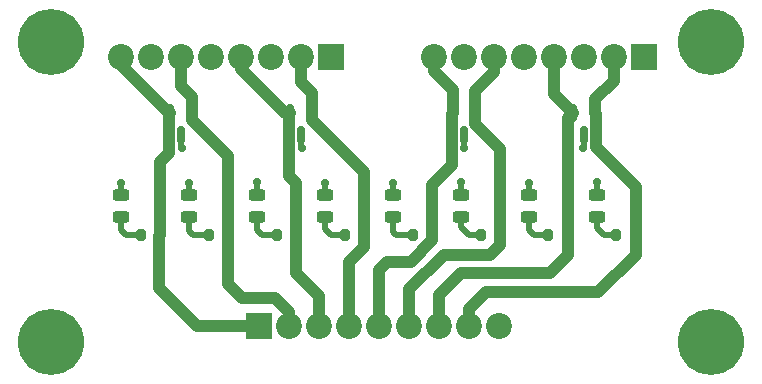
<source format=gtl>
G04 #@! TF.GenerationSoftware,KiCad,Pcbnew,(6.0.7)*
G04 #@! TF.CreationDate,2023-06-30T10:05:50-07:00*
G04 #@! TF.ProjectId,Solenoid Board Ground Systems,536f6c65-6e6f-4696-9420-426f61726420,rev?*
G04 #@! TF.SameCoordinates,Original*
G04 #@! TF.FileFunction,Copper,L1,Top*
G04 #@! TF.FilePolarity,Positive*
%FSLAX46Y46*%
G04 Gerber Fmt 4.6, Leading zero omitted, Abs format (unit mm)*
G04 Created by KiCad (PCBNEW (6.0.7)) date 2023-06-30 10:05:50*
%MOMM*%
%LPD*%
G01*
G04 APERTURE LIST*
G04 Aperture macros list*
%AMRoundRect*
0 Rectangle with rounded corners*
0 $1 Rounding radius*
0 $2 $3 $4 $5 $6 $7 $8 $9 X,Y pos of 4 corners*
0 Add a 4 corners polygon primitive as box body*
4,1,4,$2,$3,$4,$5,$6,$7,$8,$9,$2,$3,0*
0 Add four circle primitives for the rounded corners*
1,1,$1+$1,$2,$3*
1,1,$1+$1,$4,$5*
1,1,$1+$1,$6,$7*
1,1,$1+$1,$8,$9*
0 Add four rect primitives between the rounded corners*
20,1,$1+$1,$2,$3,$4,$5,0*
20,1,$1+$1,$4,$5,$6,$7,0*
20,1,$1+$1,$6,$7,$8,$9,0*
20,1,$1+$1,$8,$9,$2,$3,0*%
G04 Aperture macros list end*
G04 #@! TA.AperFunction,SMDPad,CuDef*
%ADD10RoundRect,0.243750X-0.456250X0.243750X-0.456250X-0.243750X0.456250X-0.243750X0.456250X0.243750X0*%
G04 #@! TD*
G04 #@! TA.AperFunction,SMDPad,CuDef*
%ADD11RoundRect,0.200000X-0.200000X-0.275000X0.200000X-0.275000X0.200000X0.275000X-0.200000X0.275000X0*%
G04 #@! TD*
G04 #@! TA.AperFunction,ComponentPad*
%ADD12R,2.200000X2.200000*%
G04 #@! TD*
G04 #@! TA.AperFunction,ComponentPad*
%ADD13C,2.200000*%
G04 #@! TD*
G04 #@! TA.AperFunction,ConnectorPad*
%ADD14C,5.600000*%
G04 #@! TD*
G04 #@! TA.AperFunction,ComponentPad*
%ADD15C,3.600000*%
G04 #@! TD*
G04 #@! TA.AperFunction,SMDPad,CuDef*
%ADD16RoundRect,0.150000X-0.150000X0.587500X-0.150000X-0.587500X0.150000X-0.587500X0.150000X0.587500X0*%
G04 #@! TD*
G04 #@! TA.AperFunction,ViaPad*
%ADD17C,0.700000*%
G04 #@! TD*
G04 #@! TA.AperFunction,Conductor*
%ADD18C,1.000000*%
G04 #@! TD*
G04 #@! TA.AperFunction,Conductor*
%ADD19C,0.500000*%
G04 #@! TD*
G04 APERTURE END LIST*
D10*
X75414287Y-42162500D03*
X75414287Y-44037500D03*
D11*
X71310713Y-45590000D03*
X72960713Y-45590000D03*
D12*
X46840000Y-53250000D03*
D13*
X49380000Y-53250000D03*
X51920000Y-53250000D03*
X54460000Y-53250000D03*
X57000000Y-53250000D03*
X59540000Y-53250000D03*
X62080000Y-53250000D03*
X64620000Y-53250000D03*
X67160000Y-53250000D03*
D14*
X85090000Y-29210000D03*
D15*
X85090000Y-29210000D03*
D11*
X36789287Y-45590000D03*
X38439287Y-45590000D03*
D14*
X29210000Y-29210000D03*
D15*
X29210000Y-29210000D03*
D11*
X65557142Y-45590000D03*
X67207142Y-45590000D03*
D16*
X51325000Y-35237500D03*
X49425000Y-35237500D03*
X50375000Y-37112500D03*
D11*
X48296429Y-45590000D03*
X49946429Y-45590000D03*
D16*
X65125000Y-35237500D03*
X63225000Y-35237500D03*
X64175000Y-37112500D03*
D10*
X69660713Y-42162500D03*
X69660713Y-44037500D03*
D11*
X54050000Y-45590000D03*
X55700000Y-45590000D03*
D16*
X41150000Y-35237500D03*
X39250000Y-35237500D03*
X40200000Y-37112500D03*
D10*
X63907142Y-42162500D03*
X63907142Y-44037500D03*
X46646429Y-42162500D03*
X46646429Y-44037500D03*
D12*
X79400400Y-30480000D03*
D13*
X76860400Y-30480000D03*
X74320400Y-30480000D03*
X71780400Y-30480000D03*
X69240400Y-30480000D03*
X66700400Y-30480000D03*
X64160400Y-30480000D03*
X61620400Y-30480000D03*
D11*
X77064287Y-45590000D03*
X78714287Y-45590000D03*
D16*
X75275000Y-35237500D03*
X73375000Y-35237500D03*
X74325000Y-37112500D03*
D11*
X59803571Y-45590000D03*
X61453571Y-45590000D03*
D14*
X29210000Y-54610000D03*
D15*
X29210000Y-54610000D03*
D10*
X35139287Y-42162500D03*
X35139287Y-44037500D03*
X58153571Y-42162500D03*
X58153571Y-44037500D03*
X52400000Y-42162500D03*
X52400000Y-44037500D03*
D14*
X85090000Y-54610000D03*
D15*
X85090000Y-54610000D03*
D11*
X42542858Y-45590000D03*
X44192858Y-45590000D03*
D10*
X40892858Y-42162500D03*
X40892858Y-44037500D03*
D12*
X52920000Y-30480000D03*
D13*
X50380000Y-30480000D03*
X47840000Y-30480000D03*
X45300000Y-30480000D03*
X42760000Y-30480000D03*
X40220000Y-30480000D03*
X37680000Y-30480000D03*
X35140000Y-30480000D03*
D17*
X50424500Y-38200000D03*
X64174500Y-38200000D03*
X40900000Y-41150000D03*
X74275000Y-38200000D03*
X75450000Y-41125000D03*
X52375000Y-41150000D03*
X46625000Y-41125000D03*
X35125000Y-41150000D03*
X63900000Y-41125000D03*
X58150000Y-41150000D03*
X69650000Y-41150000D03*
X40249500Y-38196419D03*
D18*
X78714287Y-45590000D02*
X78714287Y-41489287D01*
X75325000Y-35287500D02*
X75275000Y-35237500D01*
X75275000Y-34075000D02*
X75275000Y-35237500D01*
X75325000Y-38100000D02*
X75325000Y-35287500D01*
X66000000Y-50425000D02*
X75525000Y-50425000D01*
X64620000Y-53250000D02*
X64620000Y-51805000D01*
X75525000Y-50425000D02*
X78714287Y-47235713D01*
X78714287Y-41489287D02*
X75325000Y-38100000D01*
X64620000Y-51805000D02*
X66000000Y-50425000D01*
X78714287Y-46835713D02*
X78714287Y-45590000D01*
X76860400Y-30480000D02*
X76860400Y-32489600D01*
X76860400Y-32489600D02*
X75275000Y-34075000D01*
X78714287Y-47235713D02*
X78714287Y-46835713D01*
D19*
X77064287Y-45590000D02*
X75990000Y-45590000D01*
X75414287Y-45014287D02*
X75414287Y-44037500D01*
X75990000Y-45590000D02*
X75414287Y-45014287D01*
D18*
X71780400Y-30480000D02*
X71780400Y-33642900D01*
X71780400Y-33642900D02*
X73375000Y-35237500D01*
X72960713Y-47239287D02*
X71400000Y-48800000D01*
X63900000Y-48800000D02*
X62080000Y-50620000D01*
X62080000Y-50620000D02*
X62080000Y-53250000D01*
X72960713Y-45590000D02*
X72960713Y-47239287D01*
X72960713Y-35651787D02*
X73375000Y-35237500D01*
X72960713Y-45590000D02*
X72960713Y-35651787D01*
X71400000Y-48800000D02*
X63900000Y-48800000D01*
X59540000Y-50160000D02*
X59540000Y-53250000D01*
X65125000Y-36200000D02*
X67207142Y-38282142D01*
X67207142Y-46417858D02*
X66350000Y-47275000D01*
X65125000Y-33375000D02*
X65125000Y-35237500D01*
X66350000Y-47275000D02*
X62425000Y-47275000D01*
X66700400Y-31799600D02*
X65125000Y-33375000D01*
X65125000Y-35237500D02*
X65125000Y-36200000D01*
X66700400Y-30480000D02*
X66700400Y-31799600D01*
X67207142Y-45590000D02*
X67207142Y-46417858D01*
X67207142Y-38282142D02*
X67207142Y-45590000D01*
X62425000Y-47275000D02*
X59540000Y-50160000D01*
D19*
X65557142Y-45590000D02*
X64565000Y-45590000D01*
X63907142Y-44932142D02*
X63907142Y-44037500D01*
X64565000Y-45590000D02*
X63907142Y-44932142D01*
D18*
X63125000Y-35337500D02*
X63225000Y-35237500D01*
X59650000Y-47825000D02*
X57675000Y-47825000D01*
X61453571Y-45590000D02*
X61453571Y-41296429D01*
X61453571Y-41296429D02*
X63125000Y-39625000D01*
X63225000Y-33300000D02*
X63225000Y-35237500D01*
X63125000Y-39625000D02*
X63125000Y-35337500D01*
X61453571Y-45590000D02*
X61453571Y-46021429D01*
X61620400Y-30480000D02*
X61620400Y-31695400D01*
X61453571Y-46021429D02*
X59650000Y-47825000D01*
X61620400Y-31695400D02*
X63225000Y-33300000D01*
X57000000Y-48500000D02*
X57000000Y-53250000D01*
X57675000Y-47825000D02*
X57000000Y-48500000D01*
D19*
X54050000Y-45590000D02*
X52890000Y-45590000D01*
X52890000Y-45590000D02*
X52400000Y-45100000D01*
X52400000Y-45100000D02*
X52400000Y-44037500D01*
D18*
X55700000Y-40225000D02*
X55700000Y-45590000D01*
X51325000Y-35850000D02*
X55700000Y-40225000D01*
X50380000Y-30480000D02*
X50380000Y-32580000D01*
X55700000Y-46600000D02*
X54460000Y-47840000D01*
X54460000Y-47840000D02*
X54460000Y-53250000D01*
X55700000Y-45590000D02*
X55700000Y-46600000D01*
X51325000Y-35237500D02*
X51325000Y-35850000D01*
X50380000Y-32580000D02*
X51325000Y-33525000D01*
X51325000Y-33525000D02*
X51325000Y-35237500D01*
D19*
X69660713Y-45160713D02*
X69660713Y-44037500D01*
X70090000Y-45590000D02*
X69660713Y-45160713D01*
X71310713Y-45590000D02*
X70090000Y-45590000D01*
X40892858Y-45267858D02*
X40892858Y-44037500D01*
X42542858Y-45590000D02*
X41215000Y-45590000D01*
X41215000Y-45590000D02*
X40892858Y-45267858D01*
D18*
X49946429Y-45590000D02*
X49946429Y-48746429D01*
X49975000Y-41150000D02*
X49975000Y-45561429D01*
X45300000Y-31550000D02*
X48987500Y-35237500D01*
X49375000Y-35287500D02*
X49375000Y-40550000D01*
X49946429Y-48746429D02*
X51920000Y-50720000D01*
X49375000Y-40550000D02*
X49975000Y-41150000D01*
X49425000Y-35237500D02*
X49375000Y-35287500D01*
X45300000Y-30480000D02*
X45300000Y-31550000D01*
X51920000Y-50720000D02*
X51920000Y-53250000D01*
X49975000Y-45561429D02*
X49946429Y-45590000D01*
X48987500Y-35237500D02*
X49425000Y-35237500D01*
X44192858Y-49717858D02*
X45350000Y-50875000D01*
X45350000Y-50875000D02*
X48150000Y-50875000D01*
X41150000Y-33850000D02*
X41150000Y-35237500D01*
X48150000Y-50875000D02*
X49380000Y-52105000D01*
X49380000Y-52105000D02*
X49380000Y-53250000D01*
X44192858Y-38842858D02*
X44192858Y-45590000D01*
X41150000Y-35800000D02*
X44192858Y-38842858D01*
X40220000Y-32920000D02*
X41150000Y-33850000D01*
X44192858Y-45590000D02*
X44192858Y-49717858D01*
X40220000Y-30480000D02*
X40220000Y-32920000D01*
X41150000Y-35237500D02*
X41150000Y-35800000D01*
X39212500Y-35237500D02*
X39250000Y-35237500D01*
X41575000Y-53250000D02*
X38350000Y-50025000D01*
X39200000Y-38625000D02*
X38439287Y-39385713D01*
X39200000Y-35287500D02*
X39200000Y-38625000D01*
X35140000Y-31165000D02*
X39212500Y-35237500D01*
X38350000Y-45679287D02*
X38439287Y-45590000D01*
X46840000Y-53250000D02*
X41575000Y-53250000D01*
X38350000Y-50025000D02*
X38350000Y-45679287D01*
X38439287Y-39385713D02*
X38439287Y-45590000D01*
X39250000Y-35237500D02*
X39200000Y-35287500D01*
X35140000Y-30480000D02*
X35140000Y-31165000D01*
D19*
X58440000Y-45590000D02*
X58153571Y-45303571D01*
X58153571Y-45303571D02*
X58153571Y-44037500D01*
X59803571Y-45590000D02*
X58440000Y-45590000D01*
X47065000Y-45590000D02*
X46646429Y-45171429D01*
X48296429Y-45590000D02*
X47065000Y-45590000D01*
X46646429Y-45171429D02*
X46646429Y-44037500D01*
X36789287Y-45590000D02*
X35565000Y-45590000D01*
X35565000Y-45590000D02*
X35139287Y-45164287D01*
X35139287Y-45164287D02*
X35139287Y-44037500D01*
X52400000Y-42162500D02*
X52400000Y-41175000D01*
X69660713Y-41160713D02*
X69650000Y-41150000D01*
X52400000Y-41175000D02*
X52375000Y-41150000D01*
X35139287Y-41164287D02*
X35125000Y-41150000D01*
X50375000Y-37112500D02*
X50375000Y-38150500D01*
X58153571Y-42162500D02*
X58153571Y-41153571D01*
X74325000Y-37112500D02*
X74325000Y-38150000D01*
X40892858Y-41157142D02*
X40900000Y-41150000D01*
X46646429Y-41146429D02*
X46625000Y-41125000D01*
X35139287Y-42162500D02*
X35139287Y-41164287D01*
X50375000Y-38150500D02*
X50424500Y-38200000D01*
X75414287Y-41160713D02*
X75450000Y-41125000D01*
X74325000Y-38150000D02*
X74275000Y-38200000D01*
X40200000Y-38146919D02*
X40249500Y-38196419D01*
X64175000Y-38199500D02*
X64174500Y-38200000D01*
X46646429Y-42162500D02*
X46646429Y-41146429D01*
X63907142Y-42162500D02*
X63907142Y-41132142D01*
X64175000Y-37112500D02*
X64175000Y-38199500D01*
X75414287Y-42162500D02*
X75414287Y-41160713D01*
X63907142Y-41132142D02*
X63900000Y-41125000D01*
X58153571Y-41153571D02*
X58150000Y-41150000D01*
X69660713Y-42162500D02*
X69660713Y-41160713D01*
X40200000Y-37112500D02*
X40200000Y-38146919D01*
X40892858Y-42162500D02*
X40892858Y-41157142D01*
M02*

</source>
